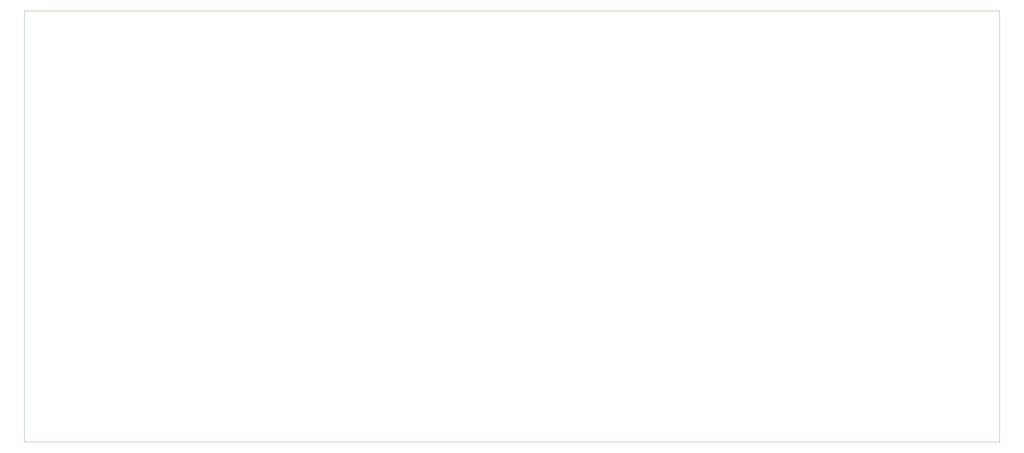
<source format=gbr>
G04 (created by PCBNEW (2013-jul-07)-stable) date lun. 20 juin 2016 20:07:23 IST*
%MOIN*%
G04 Gerber Fmt 3.4, Leading zero omitted, Abs format*
%FSLAX34Y34*%
G01*
G70*
G90*
G04 APERTURE LIST*
%ADD10C,0.00590551*%
%ADD11C,0.00393701*%
G04 APERTURE END LIST*
G54D10*
G54D11*
X0Y-50551D02*
X0Y0D01*
X114055Y-50551D02*
X0Y-50551D01*
X114055Y0D02*
X114055Y-50551D01*
X0Y0D02*
X114055Y0D01*
M02*

</source>
